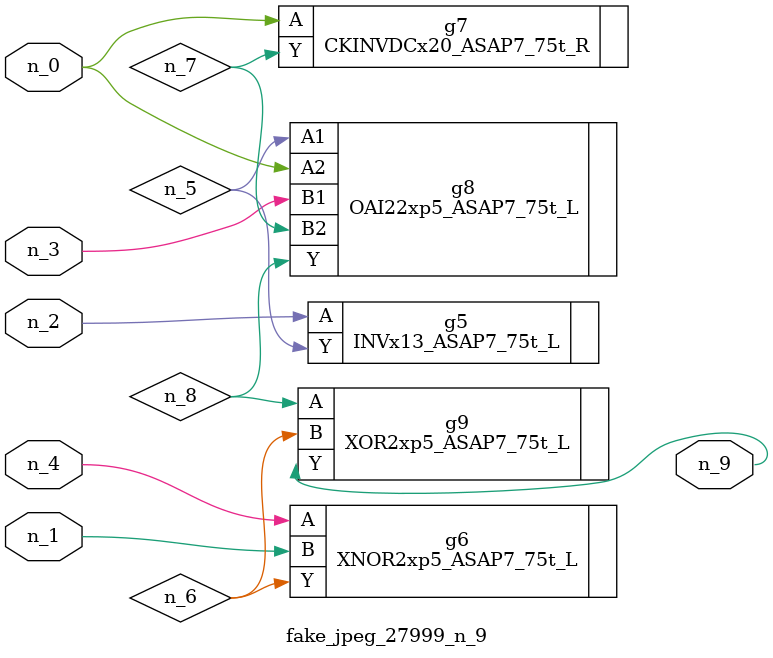
<source format=v>
module fake_jpeg_27999_n_9 (n_3, n_2, n_1, n_0, n_4, n_9);

input n_3;
input n_2;
input n_1;
input n_0;
input n_4;

output n_9;

wire n_8;
wire n_6;
wire n_5;
wire n_7;

INVx13_ASAP7_75t_L g5 ( 
.A(n_2),
.Y(n_5)
);

XNOR2xp5_ASAP7_75t_L g6 ( 
.A(n_4),
.B(n_1),
.Y(n_6)
);

CKINVDCx20_ASAP7_75t_R g7 ( 
.A(n_0),
.Y(n_7)
);

OAI22xp5_ASAP7_75t_L g8 ( 
.A1(n_5),
.A2(n_0),
.B1(n_3),
.B2(n_7),
.Y(n_8)
);

XOR2xp5_ASAP7_75t_L g9 ( 
.A(n_8),
.B(n_6),
.Y(n_9)
);


endmodule
</source>
